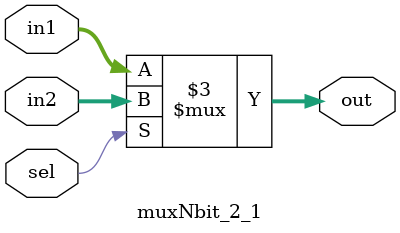
<source format=v>
module muxNbit_2_1 #(
    parameter N = 32
) (
    input sel,
    input [N-1:0] in1, in2,
    output reg [N-1:0] out
);

    // Select between in1 and in2 based on sel
    always @(*) begin
        if (sel)
            out <= in2;
        else
            out <= in1;
    end

endmodule
</source>
